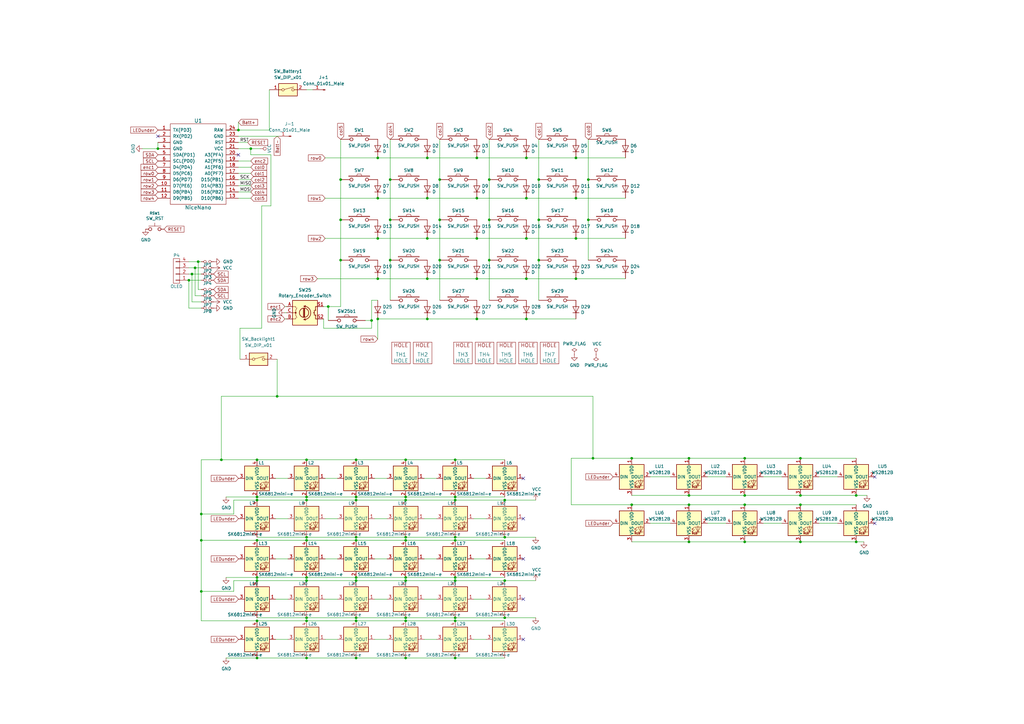
<source format=kicad_sch>
(kicad_sch (version 20211123) (generator eeschema)
  (paper "A3")
  (junction (at 146.05 203.835))
  (junction (at 186.69 238.125))
  (junction (at 186.69 269.875))
  (junction (at 154.94 81.28))
  (junction (at 146.05 236.855))
  (junction (at 186.69 254.635))
  (junction (at 154.94 114.3))
  (junction (at 146.05 238.125))
  (junction (at 215.9 114.3))
  (junction (at 220.98 106.68))
  (junction (at 146.05 254.635))
  (junction (at 146.05 220.345))
  (junction (at 236.22 114.3))
  (junction (at 175.26 81.28))
  (junction (at 166.37 253.365))
  (junction (at 166.37 238.125))
  (junction (at 180.34 73.66))
  (junction (at 351.155 222.25))
  (junction (at 328.295 203.2))
  (junction (at 186.69 205.105))
  (junction (at 259.08 187.96))
  (junction (at 146.05 205.105))
  (junction (at 186.69 203.835))
  (junction (at 125.73 238.125))
  (junction (at 259.08 207.01))
  (junction (at 207.01 220.345))
  (junction (at 125.73 203.835))
  (junction (at 102.87 60.96))
  (junction (at 139.7 106.68))
  (junction (at 152.4 131.445))
  (junction (at 166.37 221.615))
  (junction (at 200.66 73.66))
  (junction (at 282.575 207.01))
  (junction (at 305.435 207.01))
  (junction (at 82.55 242.57))
  (junction (at 175.26 130.81))
  (junction (at 328.295 222.25))
  (junction (at 90.805 188.595))
  (junction (at 200.66 90.17))
  (junction (at 105.41 254.635))
  (junction (at 154.94 97.79))
  (junction (at 186.69 236.855))
  (junction (at 175.26 64.77))
  (junction (at 236.22 64.77))
  (junction (at 146.05 253.365))
  (junction (at 305.435 203.2))
  (junction (at 105.41 269.875))
  (junction (at 195.58 64.77))
  (junction (at 215.9 130.81))
  (junction (at 125.73 254.635))
  (junction (at 82.55 221.615))
  (junction (at 125.73 269.875))
  (junction (at 351.155 203.2))
  (junction (at 241.3 73.66))
  (junction (at 105.41 221.615))
  (junction (at 81.28 107.315))
  (junction (at 82.55 210.82))
  (junction (at 166.37 220.345))
  (junction (at 328.295 207.01))
  (junction (at 186.69 253.365))
  (junction (at 175.26 114.3))
  (junction (at 186.69 220.345))
  (junction (at 125.73 220.345))
  (junction (at 105.41 188.595))
  (junction (at 166.37 205.105))
  (junction (at 243.205 187.96))
  (junction (at 236.22 97.79))
  (junction (at 105.41 205.105))
  (junction (at 207.01 205.105))
  (junction (at 113.665 162.56))
  (junction (at 215.9 64.77))
  (junction (at 186.69 221.615))
  (junction (at 328.295 187.96))
  (junction (at 146.05 221.615))
  (junction (at 207.01 238.125))
  (junction (at 77.47 114.935))
  (junction (at 282.575 203.2))
  (junction (at 220.98 90.17))
  (junction (at 200.66 106.68))
  (junction (at 175.26 97.79))
  (junction (at 97.79 53.34))
  (junction (at 139.7 73.66))
  (junction (at 134.62 125.73))
  (junction (at 282.575 222.25))
  (junction (at 105.41 203.835))
  (junction (at 125.73 253.365))
  (junction (at 105.41 236.855))
  (junction (at 241.3 90.17))
  (junction (at 146.05 188.595))
  (junction (at 305.435 187.96))
  (junction (at 154.94 130.81))
  (junction (at 166.37 254.635))
  (junction (at 220.98 73.66))
  (junction (at 215.9 97.79))
  (junction (at 195.58 81.28))
  (junction (at 282.575 187.96))
  (junction (at 166.37 236.855))
  (junction (at 78.74 112.395))
  (junction (at 105.41 238.125))
  (junction (at 139.7 90.17))
  (junction (at 166.37 203.835))
  (junction (at 125.73 205.105))
  (junction (at 207.01 253.365))
  (junction (at 154.94 64.77))
  (junction (at 64.77 60.96))
  (junction (at 160.02 73.66))
  (junction (at 195.58 97.79))
  (junction (at 125.73 188.595))
  (junction (at 180.34 106.68))
  (junction (at 160.02 106.68))
  (junction (at 80.01 109.855))
  (junction (at 125.73 221.615))
  (junction (at 166.37 188.595))
  (junction (at 215.9 81.28))
  (junction (at 195.58 130.81))
  (junction (at 236.22 81.28))
  (junction (at 166.37 269.875))
  (junction (at 195.58 114.3))
  (junction (at 125.73 236.855))
  (junction (at 160.02 90.17))
  (junction (at 186.69 188.595))
  (junction (at 180.34 90.17))
  (junction (at 305.435 222.25))
  (junction (at 146.05 269.875))
  (no_connect (at 97.79 63.5))
  (no_connect (at 214.63 212.725))
  (no_connect (at 214.63 245.745))
  (no_connect (at 64.77 55.88))
  (no_connect (at 358.775 195.58))
  (no_connect (at 214.63 196.215))
  (no_connect (at 214.63 262.255))
  (no_connect (at 214.63 229.235))
  (no_connect (at 358.775 214.63))
  (wire (pts (xy 154.94 97.79) (xy 133.35 97.79)))
  (wire (pts (xy 215.9 130.81) (xy 236.22 130.81)))
  (wire (pts (xy 82.55 118.745) (xy 81.28 118.745)))
  (wire (pts (xy 116.84 130.81) (xy 117.475 130.81)))
  (wire (pts (xy 166.37 220.345) (xy 186.69 220.345)))
  (wire (pts (xy 207.01 238.125) (xy 219.71 238.125)))
  (wire (pts (xy 146.05 269.875) (xy 166.37 269.875)))
  (wire (pts (xy 290.195 195.58) (xy 297.815 195.58)))
  (wire (pts (xy 146.05 238.125) (xy 166.37 238.125)))
  (wire (pts (xy 125.73 238.125) (xy 146.05 238.125)))
  (wire (pts (xy 180.34 73.66) (xy 180.34 90.17)))
  (wire (pts (xy 146.05 236.855) (xy 166.37 236.855)))
  (wire (pts (xy 81.28 107.315) (xy 81.28 118.745)))
  (wire (pts (xy 166.37 253.365) (xy 186.69 253.365)))
  (wire (pts (xy 194.31 262.255) (xy 199.39 262.255)))
  (wire (pts (xy 154.94 139.065) (xy 154.94 130.81)))
  (wire (pts (xy 152.4 123.19) (xy 152.4 131.445)))
  (wire (pts (xy 113.03 245.745) (xy 118.11 245.745)))
  (wire (pts (xy 105.41 205.105) (xy 125.73 205.105)))
  (wire (pts (xy 194.31 245.745) (xy 199.39 245.745)))
  (wire (pts (xy 186.69 253.365) (xy 207.01 253.365)))
  (wire (pts (xy 113.03 262.255) (xy 118.11 262.255)))
  (wire (pts (xy 113.03 212.725) (xy 118.11 212.725)))
  (wire (pts (xy 186.69 269.875) (xy 207.01 269.875)))
  (wire (pts (xy 186.69 236.855) (xy 207.01 236.855)))
  (wire (pts (xy 82.55 210.82) (xy 82.55 188.595)))
  (wire (pts (xy 175.26 97.79) (xy 154.94 97.79)))
  (wire (pts (xy 351.155 222.25) (xy 354.33 222.25)))
  (wire (pts (xy 105.41 269.875) (xy 125.73 269.875)))
  (wire (pts (xy 111.125 63.5) (xy 102.87 63.5)))
  (wire (pts (xy 105.41 188.595) (xy 125.73 188.595)))
  (wire (pts (xy 95.885 205.105) (xy 95.885 210.82)))
  (wire (pts (xy 195.58 97.79) (xy 215.9 97.79)))
  (wire (pts (xy 241.3 73.66) (xy 241.3 57.15)))
  (wire (pts (xy 125.73 253.365) (xy 105.41 253.365)))
  (wire (pts (xy 186.69 188.595) (xy 207.01 188.595)))
  (wire (pts (xy 243.205 187.96) (xy 259.08 187.96)))
  (wire (pts (xy 97.79 53.34) (xy 110.49 53.34)))
  (wire (pts (xy 166.37 236.855) (xy 186.69 236.855)))
  (wire (pts (xy 97.79 73.66) (xy 102.87 73.66)))
  (wire (pts (xy 105.41 238.125) (xy 95.885 238.125)))
  (wire (pts (xy 166.37 205.105) (xy 186.69 205.105)))
  (wire (pts (xy 154.94 114.3) (xy 130.175 114.3)))
  (wire (pts (xy 102.87 81.28) (xy 97.79 81.28)))
  (wire (pts (xy 133.35 212.725) (xy 138.43 212.725)))
  (wire (pts (xy 215.9 81.28) (xy 236.22 81.28)))
  (wire (pts (xy 153.67 245.745) (xy 158.75 245.745)))
  (wire (pts (xy 64.77 58.42) (xy 64.77 60.96)))
  (wire (pts (xy 152.4 123.19) (xy 154.94 123.19)))
  (wire (pts (xy 90.805 162.56) (xy 113.665 162.56)))
  (wire (pts (xy 152.4 134.62) (xy 152.4 131.445)))
  (wire (pts (xy 236.22 97.79) (xy 256.54 97.79)))
  (wire (pts (xy 90.805 162.56) (xy 90.805 188.595)))
  (wire (pts (xy 241.3 90.17) (xy 241.3 73.66)))
  (wire (pts (xy 173.99 212.725) (xy 179.07 212.725)))
  (wire (pts (xy 166.37 203.835) (xy 186.69 203.835)))
  (wire (pts (xy 107.315 84.455) (xy 107.315 134.62)))
  (wire (pts (xy 175.26 114.3) (xy 195.58 114.3)))
  (wire (pts (xy 113.665 162.56) (xy 243.205 162.56)))
  (wire (pts (xy 175.26 81.28) (xy 195.58 81.28)))
  (wire (pts (xy 92.71 269.875) (xy 105.41 269.875)))
  (wire (pts (xy 133.35 229.235) (xy 138.43 229.235)))
  (wire (pts (xy 132.715 134.62) (xy 152.4 134.62)))
  (wire (pts (xy 105.41 205.105) (xy 95.885 205.105)))
  (wire (pts (xy 236.22 64.77) (xy 256.54 64.77)))
  (wire (pts (xy 305.435 187.96) (xy 328.295 187.96)))
  (wire (pts (xy 146.05 221.615) (xy 166.37 221.615)))
  (wire (pts (xy 186.69 203.835) (xy 207.01 203.835)))
  (wire (pts (xy 266.7 214.63) (xy 274.955 214.63)))
  (wire (pts (xy 125.73 188.595) (xy 146.05 188.595)))
  (wire (pts (xy 92.71 236.855) (xy 105.41 236.855)))
  (wire (pts (xy 160.02 106.68) (xy 160.02 123.19)))
  (wire (pts (xy 220.98 57.15) (xy 220.98 73.66)))
  (wire (pts (xy 175.26 64.77) (xy 195.58 64.77)))
  (wire (pts (xy 194.31 196.215) (xy 199.39 196.215)))
  (wire (pts (xy 236.22 81.28) (xy 256.54 81.28)))
  (wire (pts (xy 78.74 112.395) (xy 82.55 112.395)))
  (wire (pts (xy 175.26 81.28) (xy 154.94 81.28)))
  (wire (pts (xy 149.86 131.445) (xy 152.4 131.445)))
  (wire (pts (xy 125.73 205.105) (xy 146.05 205.105)))
  (wire (pts (xy 114.3 55.88) (xy 97.79 55.88)))
  (wire (pts (xy 125.73 236.855) (xy 146.05 236.855)))
  (wire (pts (xy 132.715 130.81) (xy 132.715 134.62)))
  (wire (pts (xy 166.37 238.125) (xy 186.69 238.125)))
  (wire (pts (xy 97.79 68.58) (xy 102.87 68.58)))
  (wire (pts (xy 102.87 71.12) (xy 97.79 71.12)))
  (wire (pts (xy 113.03 229.235) (xy 118.11 229.235)))
  (wire (pts (xy 106.68 60.96) (xy 102.87 60.96)))
  (wire (pts (xy 207.01 205.105) (xy 219.71 205.105)))
  (wire (pts (xy 259.08 187.96) (xy 282.575 187.96)))
  (wire (pts (xy 220.98 106.68) (xy 220.98 90.17)))
  (wire (pts (xy 90.805 188.595) (xy 105.41 188.595)))
  (wire (pts (xy 305.435 203.2) (xy 328.295 203.2)))
  (wire (pts (xy 146.05 203.835) (xy 166.37 203.835)))
  (wire (pts (xy 259.08 207.01) (xy 282.575 207.01)))
  (wire (pts (xy 133.35 245.745) (xy 138.43 245.745)))
  (wire (pts (xy 175.26 64.77) (xy 154.94 64.77)))
  (wire (pts (xy 180.34 57.15) (xy 180.34 73.66)))
  (wire (pts (xy 107.315 134.62) (xy 98.425 134.62)))
  (wire (pts (xy 194.31 229.235) (xy 199.39 229.235)))
  (wire (pts (xy 146.05 269.875) (xy 125.73 269.875)))
  (wire (pts (xy 77.47 109.855) (xy 80.01 109.855)))
  (wire (pts (xy 160.02 73.66) (xy 160.02 90.17)))
  (wire (pts (xy 313.055 214.63) (xy 320.675 214.63)))
  (wire (pts (xy 173.99 229.235) (xy 179.07 229.235)))
  (wire (pts (xy 175.26 130.81) (xy 195.58 130.81)))
  (wire (pts (xy 166.37 221.615) (xy 186.69 221.615)))
  (wire (pts (xy 82.55 123.825) (xy 78.74 123.825)))
  (wire (pts (xy 153.67 262.255) (xy 158.75 262.255)))
  (wire (pts (xy 82.55 254.635) (xy 82.55 242.57)))
  (wire (pts (xy 282.575 203.2) (xy 305.435 203.2)))
  (wire (pts (xy 95.885 242.57) (xy 82.55 242.57)))
  (wire (pts (xy 95.885 210.82) (xy 82.55 210.82)))
  (wire (pts (xy 77.47 114.935) (xy 77.47 126.365)))
  (wire (pts (xy 290.195 214.63) (xy 297.815 214.63)))
  (wire (pts (xy 215.9 97.79) (xy 236.22 97.79)))
  (wire (pts (xy 125.73 221.615) (xy 146.05 221.615)))
  (wire (pts (xy 200.66 73.66) (xy 200.66 90.17)))
  (wire (pts (xy 186.69 221.615) (xy 207.01 221.615)))
  (wire (pts (xy 259.08 203.2) (xy 282.575 203.2)))
  (wire (pts (xy 80.01 121.285) (xy 82.55 121.285)))
  (wire (pts (xy 97.79 76.2) (xy 102.87 76.2)))
  (wire (pts (xy 95.885 238.125) (xy 95.885 242.57)))
  (wire (pts (xy 175.26 114.3) (xy 154.94 114.3)))
  (wire (pts (xy 195.58 130.81) (xy 215.9 130.81)))
  (wire (pts (xy 134.62 125.73) (xy 139.7 125.73)))
  (wire (pts (xy 328.295 187.96) (xy 351.155 187.96)))
  (wire (pts (xy 105.41 254.635) (xy 125.73 254.635)))
  (wire (pts (xy 200.66 106.68) (xy 200.66 123.19)))
  (wire (pts (xy 241.3 90.17) (xy 241.3 106.68)))
  (wire (pts (xy 236.22 114.3) (xy 256.54 114.3)))
  (wire (pts (xy 77.47 114.935) (xy 82.55 114.935)))
  (wire (pts (xy 139.7 106.68) (xy 139.7 125.73)))
  (wire (pts (xy 125.73 254.635) (xy 146.05 254.635)))
  (wire (pts (xy 180.34 90.17) (xy 180.34 106.68)))
  (wire (pts (xy 77.47 112.395) (xy 78.74 112.395)))
  (wire (pts (xy 146.05 188.595) (xy 166.37 188.595)))
  (wire (pts (xy 134.62 125.73) (xy 134.62 131.445)))
  (wire (pts (xy 154.94 130.81) (xy 175.26 130.81)))
  (wire (pts (xy 305.435 207.01) (xy 328.295 207.01)))
  (wire (pts (xy 236.22 64.77) (xy 215.9 64.77)))
  (wire (pts (xy 113.665 147.32) (xy 113.665 162.56)))
  (wire (pts (xy 154.94 81.28) (xy 133.35 81.28)))
  (wire (pts (xy 139.7 73.66) (xy 139.7 90.17)))
  (wire (pts (xy 125.73 203.835) (xy 146.05 203.835)))
  (wire (pts (xy 351.155 203.2) (xy 355.6 203.2)))
  (wire (pts (xy 77.47 107.315) (xy 81.28 107.315)))
  (wire (pts (xy 116.84 125.73) (xy 117.475 125.73)))
  (wire (pts (xy 259.08 222.25) (xy 282.575 222.25)))
  (wire (pts (xy 282.575 222.25) (xy 305.435 222.25)))
  (wire (pts (xy 328.295 207.01) (xy 351.155 207.01)))
  (wire (pts (xy 200.66 90.17) (xy 200.66 106.68)))
  (wire (pts (xy 107.315 84.455) (xy 111.125 84.455)))
  (wire (pts (xy 282.575 187.96) (xy 305.435 187.96)))
  (wire (pts (xy 335.915 195.58) (xy 343.535 195.58)))
  (wire (pts (xy 78.74 123.825) (xy 78.74 112.395)))
  (wire (pts (xy 153.67 212.725) (xy 158.75 212.725)))
  (wire (pts (xy 125.73 253.365) (xy 146.05 253.365)))
  (wire (pts (xy 207.01 253.365) (xy 219.71 253.365)))
  (wire (pts (xy 82.55 221.615) (xy 105.41 221.615)))
  (wire (pts (xy 282.575 207.01) (xy 305.435 207.01)))
  (wire (pts (xy 173.99 245.745) (xy 179.07 245.745)))
  (wire (pts (xy 82.55 188.595) (xy 90.805 188.595)))
  (wire (pts (xy 97.79 66.04) (xy 102.87 66.04)))
  (wire (pts (xy 139.7 57.15) (xy 139.7 73.66)))
  (wire (pts (xy 186.69 220.345) (xy 207.01 220.345)))
  (wire (pts (xy 234.315 187.96) (xy 243.205 187.96)))
  (wire (pts (xy 166.37 254.635) (xy 186.69 254.635)))
  (wire (pts (xy 173.99 262.255) (xy 179.07 262.255)))
  (wire (pts (xy 195.58 64.77) (xy 215.9 64.77)))
  (wire (pts (xy 153.67 196.215) (xy 158.75 196.215)))
  (wire (pts (xy 102.87 63.5) (xy 102.87 60.96)))
  (wire (pts (xy 146.05 205.105) (xy 166.37 205.105)))
  (wire (pts (xy 313.055 195.58) (xy 320.675 195.58)))
  (wire (pts (xy 186.69 205.105) (xy 207.01 205.105)))
  (wire (pts (xy 328.295 203.2) (xy 351.155 203.2)))
  (wire (pts (xy 195.58 81.28) (xy 215.9 81.28)))
  (wire (pts (xy 133.35 196.215) (xy 138.43 196.215)))
  (wire (pts (xy 215.9 114.3) (xy 236.22 114.3)))
  (wire (pts (xy 102.87 78.74) (xy 97.79 78.74)))
  (wire (pts (xy 154.94 64.77) (xy 133.35 64.77)))
  (wire (pts (xy 125.73 236.855) (xy 105.41 236.855)))
  (wire (pts (xy 234.315 207.01) (xy 259.08 207.01)))
  (wire (pts (xy 125.73 220.345) (xy 146.05 220.345)))
  (wire (pts (xy 82.55 242.57) (xy 82.55 221.615)))
  (wire (pts (xy 234.315 187.96) (xy 234.315 207.01)))
  (wire (pts (xy 105.41 238.125) (xy 125.73 238.125)))
  (wire (pts (xy 200.66 57.15) (xy 200.66 73.66)))
  (wire (pts (xy 160.02 90.17) (xy 160.02 106.68)))
  (wire (pts (xy 160.02 57.15) (xy 160.02 73.66)))
  (wire (pts (xy 146.05 220.345) (xy 166.37 220.345)))
  (wire (pts (xy 186.69 254.635) (xy 207.01 254.635)))
  (wire (pts (xy 139.7 90.17) (xy 139.7 106.68)))
  (wire (pts (xy 195.58 114.3) (xy 215.9 114.3)))
  (wire (pts (xy 105.41 221.615) (xy 125.73 221.615)))
  (wire (pts (xy 175.26 97.79) (xy 195.58 97.79)))
  (wire (pts (xy 186.69 238.125) (xy 207.01 238.125)))
  (wire (pts (xy 102.87 60.96) (xy 97.79 60.96)))
  (wire (pts (xy 97.79 50.165) (xy 97.79 53.34)))
  (wire (pts (xy 207.01 220.345) (xy 219.71 220.345)))
  (wire (pts (xy 110.49 53.34) (xy 110.49 36.83)))
  (wire (pts (xy 173.99 196.215) (xy 179.07 196.215)))
  (wire (pts (xy 305.435 222.25) (xy 328.295 222.25)))
  (wire (pts (xy 77.47 126.365) (xy 82.55 126.365)))
  (wire (pts (xy 328.295 222.25) (xy 351.155 222.25)))
  (wire (pts (xy 335.915 214.63) (xy 343.535 214.63)))
  (wire (pts (xy 134.62 125.73) (xy 132.715 125.73)))
  (wire (pts (xy 125.73 203.835) (xy 105.41 203.835)))
  (wire (pts (xy 101.6 58.42) (xy 97.79 58.42)))
  (wire (pts (xy 194.31 212.725) (xy 199.39 212.725)))
  (wire (pts (xy 80.01 109.855) (xy 80.01 121.285)))
  (wire (pts (xy 82.55 221.615) (xy 82.55 210.82)))
  (wire (pts (xy 113.03 196.215) (xy 118.11 196.215)))
  (wire (pts (xy 153.67 229.235) (xy 158.75 229.235)))
  (wire (pts (xy 266.7 195.58) (xy 274.955 195.58)))
  (wire (pts (xy 180.34 106.68) (xy 180.34 123.19)))
  (wire (pts (xy 220.98 106.68) (xy 220.98 123.19)))
  (wire (pts (xy 125.73 220.345) (xy 105.41 220.345)))
  (wire (pts (xy 64.77 60.96) (xy 58.42 60.96)))
  (wire (pts (xy 98.425 134.62) (xy 98.425 147.32)))
  (wire (pts (xy 133.35 262.255) (xy 138.43 262.255)))
  (wire (pts (xy 82.55 109.855) (xy 80.01 109.855)))
  (wire (pts (xy 116.84 128.27) (xy 117.475 128.27)))
  (wire (pts (xy 82.55 107.315) (xy 81.28 107.315)))
  (wire (pts (xy 125.73 36.83) (xy 128.27 36.83)))
  (wire (pts (xy 166.37 269.875) (xy 186.69 269.875)))
  (wire (pts (xy 111.125 84.455) (xy 111.125 63.5)))
  (wire (pts (xy 146.05 254.635) (xy 166.37 254.635)))
  (wire (pts (xy 220.98 73.66) (xy 220.98 90.17)))
  (wire (pts (xy 92.71 203.835) (xy 105.41 203.835)))
  (wire (pts (xy 146.05 253.365) (xy 166.37 253.365)))
  (wire (pts (xy 166.37 188.595) (xy 186.69 188.595)))
  (wire (pts (xy 243.205 162.56) (xy 243.205 187.96)))
  (wire (pts (xy 82.55 254.635) (xy 105.41 254.635)))
  (label "MISO" (at 98.425 76.2 0))
  (label "RST" (at 98.425 58.42 0))
  (label "SCK" (at 98.425 73.66 0))
  (label "MOSI" (at 98.425 78.74 0))
  (global_label "col4" (shape input) (at 160.02 57.15 90) (property "Intersheet References" "${INTERSHEET_REFS}" (effects hide)))
  (global_label "col5" (shape input) (at 102.87 81.28 0) (property "Intersheet References" "${INTERSHEET_REFS}" (effects hide)))
  (global_label "row1" (shape input) (at 133.35 81.28 180) (property "Intersheet References" "${INTERSHEET_REFS}" (effects hide)))
  (global_label "LEDunder" (shape input) (at 97.79 196.215 180) (property "Intersheet References" "${INTERSHEET_REFS}" (effects hide)))
  (global_label "col2" (shape input) (at 102.87 73.66 0) (property "Intersheet References" "${INTERSHEET_REFS}" (effects hide)))
  (global_label "Batt+" (shape input) (at 97.79 50.165 0) (property "Intersheet References" "${INTERSHEET_REFS}" (effects hide)))
  (global_label "LEDunder" (shape input) (at 64.77 53.34 180) (property "Intersheet References" "${INTERSHEET_REFS}" (effects hide)))
  (global_label "enc1" (shape input) (at 116.84 125.73 180) (property "Intersheet References" "${INTERSHEET_REFS}" (effects hide)))
  (global_label "LEDunder" (shape input) (at 97.79 212.725 180) (property "Intersheet References" "${INTERSHEET_REFS}" (effects hide)))
  (global_label "SCL" (shape input) (at 64.77 66.04 180) (property "Intersheet References" "${INTERSHEET_REFS}" (effects hide)))
  (global_label "SDA" (shape input) (at 87.63 118.745 0) (property "Intersheet References" "${INTERSHEET_REFS}" (effects hide)))
  (global_label "LEDunder" (shape input) (at 97.79 245.745 180) (property "Intersheet References" "${INTERSHEET_REFS}" (effects hide)))
  (global_label "row4" (shape input) (at 154.94 139.065 180) (property "Intersheet References" "${INTERSHEET_REFS}" (effects hide)))
  (global_label "SDA" (shape input) (at 87.63 114.935 0) (property "Intersheet References" "${INTERSHEET_REFS}" (effects hide)))
  (global_label "col1" (shape input) (at 220.98 57.15 90) (property "Intersheet References" "${INTERSHEET_REFS}" (effects hide)))
  (global_label "col0" (shape input) (at 102.87 68.58 0) (property "Intersheet References" "${INTERSHEET_REFS}" (effects hide)))
  (global_label "enc1" (shape input) (at 64.77 68.58 180) (property "Intersheet References" "${INTERSHEET_REFS}" (effects hide)))
  (global_label "col2" (shape input) (at 200.66 57.15 90) (property "Intersheet References" "${INTERSHEET_REFS}" (effects hide)))
  (global_label "LEDunder" (shape input) (at 251.46 195.58 180) (property "Intersheet References" "${INTERSHEET_REFS}" (effects hide)))
  (global_label "col4" (shape input) (at 102.87 78.74 0) (property "Intersheet References" "${INTERSHEET_REFS}" (effects hide)))
  (global_label "enc2" (shape input) (at 102.87 66.04 0) (property "Intersheet References" "${INTERSHEET_REFS}" (effects hide)))
  (global_label "RESET" (shape input) (at 101.6 58.42 0) (property "Intersheet References" "${INTERSHEET_REFS}" (effects hide)))
  (global_label "row2" (shape input) (at 133.35 97.79 180) (property "Intersheet References" "${INTERSHEET_REFS}" (effects hide)))
  (global_label "LEDunder" (shape input) (at 97.79 229.235 180) (property "Intersheet References" "${INTERSHEET_REFS}" (effects hide)))
  (global_label "SCL" (shape input) (at 87.63 112.395 0) (property "Intersheet References" "${INTERSHEET_REFS}" (effects hide)))
  (global_label "LEDunder" (shape input) (at 251.46 214.63 180) (property "Intersheet References" "${INTERSHEET_REFS}" (effects hide)))
  (global_label "row2" (shape input) (at 64.77 76.2 180) (property "Intersheet References" "${INTERSHEET_REFS}" (effects hide)))
  (global_label "col1" (shape input) (at 102.87 71.12 0) (property "Intersheet References" "${INTERSHEET_REFS}" (effects hide)))
  (global_label "col5" (shape input) (at 139.7 57.15 90) (property "Intersheet References" "${INTERSHEET_REFS}" (effects hide)))
  (global_label "Batt-" (shape input) (at 113.665 55.88 270) (property "Intersheet References" "${INTERSHEET_REFS}" (effects hide)))
  (global_label "LEDunder" (shape input) (at 97.79 262.255 180) (property "Intersheet References" "${INTERSHEET_REFS}" (effects hide)))
  (global_label "row1" (shape input) (at 64.77 73.66 180) (property "Intersheet References" "${INTERSHEET_REFS}" (effects hide)))
  (global_label "RESET" (shape input) (at 67.31 93.98 0) (property "Intersheet References" "${INTERSHEET_REFS}" (effects hide)))
  (global_label "col3" (shape input) (at 102.87 76.2 0) (property "Intersheet References" "${INTERSHEET_REFS}" (effects hide)))
  (global_label "row0" (shape input) (at 64.77 71.12 180) (property "Intersheet References" "${INTERSHEET_REFS}" (effects hide)))
  (global_label "SDA" (shape input) (at 64.77 63.5 180) (property "Intersheet References" "${INTERSHEET_REFS}" (effects hide)))
  (global_label "col0" (shape input) (at 241.3 57.15 90) (property "Intersheet References" "${INTERSHEET_REFS}" (effects hide)))
  (global_label "row0" (shape input) (at 133.35 64.77 180) (property "Intersheet References" "${INTERSHEET_REFS}" (effects hide)))
  (global_label "row4" (shape input) (at 64.77 81.28 180) (property "Intersheet References" "${INTERSHEET_REFS}" (effects hide)))
  (global_label "SCL" (shape input) (at 87.63 121.285 0) (property "Intersheet References" "${INTERSHEET_REFS}" (effects hide)))
  (global_label "row3" (shape input) (at 130.175 114.3 180) (property "Intersheet References" "${INTERSHEET_REFS}" (effects hide)))
  (global_label "col3" (shape input) (at 180.34 57.15 90) (property "Intersheet References" "${INTERSHEET_REFS}" (effects hide)))
  (global_label "row3" (shape input) (at 64.77 78.74 180) (property "Intersheet References" "${INTERSHEET_REFS}" (effects hide)))
  (global_label "enc2" (shape input) (at 116.84 130.81 180) (property "Intersheet References" "${INTERSHEET_REFS}" (effects hide)))
  (symbol (lib_id "Lily58-rescue:ProMicro_2-Lily58-cache") (at 81.28 67.31 0) (unit 1)
    (property "Reference" "U1" (at 81.28 49.53 0) (effects (font (size 1.524 1.524))))
    (property "Value" "NiceNano" (at 81.28 85.09 0) (effects (font (size 1.524 1.524))))
    (property "Footprint" "nice-nano-kicad:nice_nano" (effects hide))
  )
  (symbol (lib_id "Lily58-rescue:SW_PUSH-Lily58-cache") (at 167.64 123.19 0) (unit 1)
    (property "Reference" "SW26" (at 167.64 119.38 0))
    (property "Value" "SW_PUSH" (at 167.64 125.73 0))
    (property "Footprint" "Lily58-footprint:MX_Socket_18mm" (effects hide))
  )
  (symbol (lib_id "Lily58-rescue:SW_PUSH-Lily58-cache") (at 147.32 57.15 0) (unit 1)
    (property "Reference" "SW1" (at 147.32 53.34 0))
    (property "Value" "SW_PUSH" (at 147.32 59.69 0))
    (property "Footprint" "Lily58-footprint:MX_Socket_18mm" (effects hide))
  )
  (symbol (lib_id "Lily58-rescue:D-Lily58-cache") (at 154.94 60.96 90) (unit 1)
    (property "Reference" "D1" (at 156.9466 59.7916 90) (effects (justify right)))
    (property "Value" "D" (at 156.9466 62.103 90) (effects (justify right)))
    (property "Footprint" "Lily58-footprint:Diode_TH_SOD123" (effects hide))
  )
  (symbol (lib_id "Lily58-rescue:SW_PUSH-Lily58-cache") (at 167.64 57.15 0) (unit 1)
    (property "Reference" "SW2" (at 167.64 53.34 0))
    (property "Value" "SW_PUSH" (at 167.64 59.69 0))
    (property "Footprint" "Lily58-footprint:MX_Socket_18mm" (effects hide))
  )
  (symbol (lib_id "Lily58-rescue:D-Lily58-cache") (at 175.26 60.96 90) (unit 1)
    (property "Reference" "D2" (at 177.2666 59.7916 90) (effects (justify right)))
    (property "Value" "D" (at 177.2666 62.103 90) (effects (justify right)))
    (property "Footprint" "Lily58-footprint:Diode_TH_SOD123" (effects hide))
  )
  (symbol (lib_id "Lily58-rescue:SW_PUSH-Lily58-cache") (at 187.96 57.15 0) (unit 1)
    (property "Reference" "SW3" (at 187.96 53.34 0))
    (property "Value" "SW_PUSH" (at 187.96 59.69 0))
    (property "Footprint" "Lily58-footprint:MX_Socket_18mm" (effects hide))
  )
  (symbol (lib_id "Lily58-rescue:D-Lily58-cache") (at 195.58 60.96 90) (unit 1)
    (property "Reference" "D3" (at 197.5866 59.7916 90) (effects (justify right)))
    (property "Value" "D" (at 197.5866 62.103 90) (effects (justify right)))
    (property "Footprint" "Lily58-footprint:Diode_TH_SOD123" (effects hide))
  )
  (symbol (lib_id "Lily58-rescue:SW_PUSH-Lily58-cache") (at 208.28 57.15 0) (unit 1)
    (property "Reference" "SW4" (at 208.28 53.34 0))
    (property "Value" "SW_PUSH" (at 208.28 59.69 0))
    (property "Footprint" "Lily58-footprint:MX_Socket_18mm" (effects hide))
  )
  (symbol (lib_id "Lily58-rescue:D-Lily58-cache") (at 215.9 60.96 90) (unit 1)
    (property "Reference" "D4" (at 217.9066 59.7916 90) (effects (justify right)))
    (property "Value" "D" (at 217.9066 62.103 90) (effects (justify right)))
    (property "Footprint" "Lily58-footprint:Diode_TH_SOD123" (effects hide))
  )
  (symbol (lib_id "Lily58-rescue:SW_PUSH-Lily58-cache") (at 228.6 57.15 0) (unit 1)
    (property "Reference" "SW5" (at 228.6 53.34 0))
    (property "Value" "SW_PUSH" (at 228.6 59.69 0))
    (property "Footprint" "Lily58-footprint:MX_Socket_18mm" (effects hide))
  )
  (symbol (lib_id "Lily58-rescue:D-Lily58-cache") (at 236.22 60.96 90) (unit 1)
    (property "Reference" "D5" (at 238.2266 59.7916 90) (effects (justify right)))
    (property "Value" "D" (at 238.2266 62.103 90) (effects (justify right)))
    (property "Footprint" "Lily58-footprint:Diode_TH_SOD123" (effects hide))
  )
  (symbol (lib_id "Lily58-rescue:SW_PUSH-Lily58-cache") (at 248.92 57.15 0) (unit 1)
    (property "Reference" "SW6" (at 248.92 53.34 0))
    (property "Value" "SW_PUSH" (at 248.92 58.42 0))
    (property "Footprint" "Lily58-footprint:MX_Socket_18mm" (effects hide))
  )
  (symbol (lib_id "Lily58-rescue:D-Lily58-cache") (at 256.54 60.96 90) (unit 1)
    (property "Reference" "D6" (at 258.5466 59.7916 90) (effects (justify right)))
    (property "Value" "D" (at 258.5466 62.103 90) (effects (justify right)))
    (property "Footprint" "Lily58-footprint:Diode_TH_SOD123" (effects hide))
  )
  (symbol (lib_id "Lily58-rescue:SW_PUSH-Lily58-cache") (at 167.64 73.66 0) (unit 1)
    (property "Reference" "SW8" (at 167.64 69.85 0))
    (property "Value" "SW_PUSH" (at 167.64 76.2 0))
    (property "Footprint" "Lily58-footprint:MX_Socket_18mm" (effects hide))
  )
  (symbol (lib_id "Lily58-rescue:SW_PUSH-Lily58-cache") (at 187.96 73.66 0) (unit 1)
    (property "Reference" "SW9" (at 187.96 69.85 0))
    (property "Value" "SW_PUSH" (at 187.96 76.2 0))
    (property "Footprint" "Lily58-footprint:MX_Socket_18mm" (effects hide))
  )
  (symbol (lib_id "Lily58-rescue:SW_PUSH-Lily58-cache") (at 208.28 73.66 0) (unit 1)
    (property "Reference" "SW10" (at 208.28 69.85 0))
    (property "Value" "SW_PUSH" (at 208.28 76.2 0))
    (property "Footprint" "Lily58-footprint:MX_Socket_18mm" (effects hide))
  )
  (symbol (lib_id "Lily58-rescue:SW_PUSH-Lily58-cache") (at 228.6 73.66 0) (unit 1)
    (property "Reference" "SW11" (at 228.6 69.85 0))
    (property "Value" "SW_PUSH" (at 228.6 76.2 0))
    (property "Footprint" "Lily58-footprint:MX_Socket_18mm" (effects hide))
  )
  (symbol (lib_id "Lily58-rescue:SW_PUSH-Lily58-cache") (at 248.92 73.66 0) (unit 1)
    (property "Reference" "SW12" (at 248.92 69.85 0))
    (property "Value" "SW_PUSH" (at 248.92 76.2 0))
    (property "Footprint" "Lily58-footprint:MX_Socket_18mm" (effects hide))
  )
  (symbol (lib_id "Lily58-rescue:SW_PUSH-Lily58-cache") (at 147.32 73.66 0) (unit 1)
    (property "Reference" "SW7" (at 147.32 69.85 0))
    (property "Value" "SW_PUSH" (at 147.32 76.2 0))
    (property "Footprint" "Lily58-footprint:MX_Socket_18mm" (effects hide))
  )
  (symbol (lib_id "Lily58-rescue:D-Lily58-cache") (at 154.94 77.47 90) (unit 1)
    (property "Reference" "D7" (at 156.9466 76.3016 90) (effects (justify right)))
    (property "Value" "D" (at 156.9466 78.613 90) (effects (justify right)))
    (property "Footprint" "Lily58-footprint:Diode_TH_SOD123" (effects hide))
  )
  (symbol (lib_id "Lily58-rescue:D-Lily58-cache") (at 175.26 77.47 90) (unit 1)
    (property "Reference" "D8" (at 177.2666 76.3016 90) (effects (justify right)))
    (property "Value" "D" (at 177.2666 78.613 90) (effects (justify right)))
    (property "Footprint" "Lily58-footprint:Diode_TH_SOD123" (effects hide))
  )
  (symbol (lib_id "Lily58-rescue:D-Lily58-cache") (at 195.58 77.47 90) (unit 1)
    (property "Reference" "D9" (at 197.5866 76.3016 90) (effects (justify right)))
    (property "Value" "D" (at 197.5866 78.613 90) (effects (justify right)))
    (property "Footprint" "Lily58-footprint:Diode_TH_SOD123" (effects hide))
  )
  (symbol (lib_id "Lily58-rescue:D-Lily58-cache") (at 215.9 77.47 90) (unit 1)
    (property "Reference" "D10" (at 217.9066 76.3016 90) (effects (justify right)))
    (property "Value" "D" (at 217.9066 78.613 90) (effects (justify right)))
    (property "Footprint" "Lily58-footprint:Diode_TH_SOD123" (effects hide))
  )
  (symbol (lib_id "Lily58-rescue:D-Lily58-cache") (at 236.22 77.47 90) (unit 1)
    (property "Reference" "D11" (at 238.2266 76.3016 90) (effects (justify right)))
    (property "Value" "D" (at 238.2266 78.613 90) (effects (justify right)))
    (property "Footprint" "Lily58-footprint:Diode_TH_SOD123" (effects hide))
  )
  (symbol (lib_id "Lily58-rescue:D-Lily58-cache") (at 256.54 77.47 90) (unit 1)
    (property "Reference" "D12" (at 258.5466 76.3016 90) (effects (justify right)))
    (property "Value" "D" (at 258.5466 78.613 90) (effects (justify right)))
    (property "Footprint" "Lily58-footprint:Diode_TH_SOD123" (effects hide))
  )
  (symbol (lib_id "Lily58-rescue:SW_PUSH-Lily58-cache") (at 147.32 90.17 0) (unit 1)
    (property "Reference" "SW13" (at 147.32 86.36 0))
    (property "Value" "SW_PUSH" (at 147.32 92.71 0))
    (property "Footprint" "Lily58-footprint:MX_Socket_18mm" (effects hide))
  )
  (symbol (lib_id "Lily58-rescue:SW_PUSH-Lily58-cache") (at 167.64 90.17 0) (unit 1)
    (property "Reference" "SW14" (at 167.64 86.36 0))
    (property "Value" "SW_PUSH" (at 167.64 92.71 0))
    (property "Footprint" "Lily58-footprint:MX_Socket_18mm" (effects hide))
  )
  (symbol (lib_id "Lily58-rescue:SW_PUSH-Lily58-cache") (at 187.96 90.17 0) (unit 1)
    (property "Reference" "SW15" (at 187.96 86.36 0))
    (property "Value" "SW_PUSH" (at 187.96 92.71 0))
    (property "Footprint" "Lily58-footprint:MX_Socket_18mm" (effects hide))
  )
  (symbol (lib_id "Lily58-rescue:SW_PUSH-Lily58-cache") (at 208.28 90.17 0) (unit 1)
    (property "Reference" "SW16" (at 208.28 86.36 0))
    (property "Value" "SW_PUSH" (at 208.28 92.71 0))
    (property "Footprint" "Lily58-footprint:MX_Socket_18mm" (effects hide))
  )
  (symbol (lib_id "Lily58-rescue:SW_PUSH-Lily58-cache") (at 228.6 90.17 0) (unit 1)
    (property "Reference" "SW17" (at 228.6 86.36 0))
    (property "Value" "SW_PUSH" (at 228.6 92.71 0))
    (property "Footprint" "Lily58-footprint:MX_Socket_18mm" (effects hide))
  )
  (symbol (lib_id "Lily58-rescue:SW_PUSH-Lily58-cache") (at 248.92 90.17 0) (unit 1)
    (property "Reference" "SW18" (at 248.92 86.36 0))
    (property "Value" "SW_PUSH" (at 248.92 92.71 0))
    (property "Footprint" "Lily58-footprint:MX_Socket_18mm" (effects hide))
  )
  (symbol (lib_id "Lily58-rescue:D-Lily58-cache") (at 154.94 93.98 90) (unit 1)
    (property "Reference" "D13" (at 156.9466 92.8116 90) (effects (justify right)))
    (property "Value" "D" (at 156.9466 95.123 90) (effects (justify right)))
    (property "Footprint" "Lily58-footprint:Diode_TH_SOD123" (effects hide))
  )
  (symbol (lib_id "Lily58-rescue:D-Lily58-cache") (at 175.26 93.98 90) (unit 1)
    (property "Reference" "D14" (at 177.2666 92.8116 90) (effects (justify right)))
    (property "Value" "D" (at 177.2666 95.123 90) (effects (justify right)))
    (property "Footprint" "Lily58-footprint:Diode_TH_SOD123" (effects hide))
  )
  (symbol (lib_id "Lily58-rescue:D-Lily58-cache") (at 195.58 93.98 90) (unit 1)
    (property "Reference" "D15" (at 197.5866 92.8116 90) (effects (justify right)))
    (property "Value" "D" (at 197.5866 95.123 90) (effects (justify right)))
    (property "Footprint" "Lily58-footprint:Diode_TH_SOD123" (effects hide))
  )
  (symbol (lib_id "Lily58-rescue:D-Lily58-cache") (at 215.9 93.98 90) (unit 1)
    (property "Reference" "D16" (at 217.9066 92.8116 90) (effects (justify right)))
    (property "Value" "D" (at 217.9066 95.123 90) (effects (justify right)))
    (property "Footprint" "Lily58-footprint:Diode_TH_SOD123" (effects hide))
  )
  (symbol (lib_id "Lily58-rescue:D-Lily58-cache") (at 236.22 93.98 90) (unit 1)
    (property "Reference" "D17" (at 238.2266 92.8116 90) (effects (justify right)))
    (property "Value" "D" (at 238.2266 95.123 90) (effects (justify right)))
    (property "Footprint" "Lily58-footprint:Diode_TH_SOD123" (effects hide))
  )
  (symbol (lib_id "Lily58-rescue:D-Lily58-cache") (at 256.54 93.98 90) (unit 1)
    (property "Reference" "D18" (at 258.5466 92.8116 90) (effects (justify right)))
    (property "Value" "D" (at 258.5466 95.123 90) (effects (justify right)))
    (property "Footprint" "Lily58-footprint:Diode_TH_SOD123" (effects hide))
  )
  (symbol (lib_id "Lily58-rescue:SW_PUSH-Lily58-cache") (at 187.96 106.68 0) (unit 1)
    (property "Reference" "SW21" (at 187.96 102.87 0))
    (property "Value" "SW_PUSH" (at 187.96 109.22 0))
    (property "Footprint" "Lily58-footprint:MX_Socket_18mm" (effects hide))
  )
  (symbol (lib_id "Lily58-rescue:SW_PUSH-Lily58-cache") (at 208.28 106.68 0) (unit 1)
    (property "Reference" "SW22" (at 208.28 102.87 0))
    (property "Value" "SW_PUSH" (at 208.28 109.22 0))
    (property "Footprint" "Lily58-footprint:MX_Socket_18mm" (effects hide))
  )
  (symbol (lib_id "Lily58-rescue:SW_PUSH-Lily58-cache") (at 228.6 106.68 0) (unit 1)
    (property "Reference" "SW23" (at 228.6 102.87 0))
    (property "Value" "SW_PUSH" (at 228.6 109.22 0))
    (property "Footprint" "Lily58-footprint:MX_Socket_18mm" (effects hide))
  )
  (symbol (lib_id "Lily58-rescue:SW_PUSH-Lily58-cache") (at 248.92 106.68 0) (unit 1)
    (property "Reference" "SW24" (at 248.92 102.87 0))
    (property "Value" "SW_PUSH" (at 248.92 109.22 0))
    (property "Footprint" "Lily58-footprint:MX_Socket_18mm" (effects hide))
  )
  (symbol (lib_id "Lily58-rescue:SW_PUSH-Lily58-cache") (at 167.64 106.68 0) (unit 1)
    (property "Reference" "SW20" (at 167.64 102.87 0))
    (property "Value" "SW_PUSH" (at 167.64 109.22 0))
    (property "Footprint" "Lily58-footprint:MX_Socket_18mm" (effects hide))
  )
  (symbol (lib_id "Lily58-rescue:SW_PUSH-Lily58-cache") (at 147.32 106.68 0) (unit 1)
    (property "Reference" "SW19" (at 147.32 102.87 0))
    (property "Value" "SW_PUSH" (at 147.32 109.22 0))
    (property "Footprint" "Lily58-footprint:MX_Socket_18mm" (effects hide))
  )
  (symbol (lib_id "Lily58-rescue:D-Lily58-cache") (at 154.94 110.49 90) (unit 1)
    (property "Reference" "D19" (at 156.9466 109.3216 90) (effects (justify right)))
    (property "Value" "D" (at 156.9466 111.633 90) (effects (justify right)))
    (property "Footprint" "Lily58-footprint:Diode_TH_SOD123" (effects hide))
  )
  (symbol (lib_id "Lily58-rescue:D-Lily58-cache") (at 175.26 110.49 90) (unit 1)
    (property "Reference" "D20" (at 177.2666 109.3216 90) (effects (justify right)))
    (property "Value" "D" (at 177.2666 111.633 90) (effects (justify right)))
    (property "Footprint" "Lily58-footprint:Diode_TH_SOD123" (effects hide))
  )
  (symbol (lib_id "Lily58-rescue:D-Lily58-cache") (at 195.58 110.49 90) (unit 1)
    (property "Reference" "D21" (at 197.5866 109.3216 90) (effects (justify right)))
    (property "Value" "D" (at 197.5866 111.633 90) (effects (justify right)))
    (property "Footprint" "Lily58-footprint:Diode_TH_SOD123" (effects hide))
  )
  (symbol (lib_id "Lily58-rescue:D-Lily58-cache") (at 215.9 110.49 90) (unit 1)
    (property "Reference" "D22" (at 217.9066 109.3216 90) (effects (justify right)))
    (property "Value" "D" (at 217.9066 111.633 90) (effects (justify right)))
    (property "Footprint" "Lily58-footprint:Diode_TH_SOD123" (effects hide))
  )
  (symbol (lib_id "Lily58-rescue:D-Lily58-cache") (at 236.22 110.49 90) (unit 1)
    (property "Reference" "D23" (at 238.2266 109.3216 90) (effects (justify right)))
    (property "Value" "D" (at 238.2266 111.633 90) (effects (justify right)))
    (property "Footprint" "Lily58-footprint:Diode_TH_SOD123" (effects hide))
  )
  (symbol (lib_id "Lily58-rescue:D-Lily58-cache") (at 256.54 110.49 90) (unit 1)
    (property "Reference" "D24" (at 258.5466 109.3216 90) (effects (justify right)))
    (property "Value" "D" (at 258.5466 111.633 90) (effects (justify right)))
    (property "Footprint" "Lily58-footprint:Diode_TH_SOD123" (effects hide))
  )
  (symbol (lib_id "Lily58-rescue:SW_PUSH-Lily58-cache") (at 187.96 123.19 0) (unit 1)
    (property "Reference" "SW27" (at 187.96 119.38 0))
    (property "Value" "SW_PUSH" (at 187.96 125.73 0))
    (property "Footprint" "Lily58-footprint:MX_Socket_18mm" (effects hide))
  )
  (symbol (lib_id "Lily58-rescue:SW_PUSH-Lily58-cache") (at 208.28 123.19 0) (unit 1)
    (property "Reference" "SW28" (at 208.28 119.38 0))
    (property "Value" "SW_PUSH" (at 208.28 125.73 0))
    (property "Footprint" "Lily58-footprint:MX_Socket_18mm" (effects hide))
  )
  (symbol (lib_id "Lily58-rescue:SW_PUSH-Lily58-cache") (at 228.6 123.19 0) (unit 1)
    (property "Reference" "SW29" (at 228.6 119.38 0))
    (property "Value" "SW_PUSH" (at 228.6 125.73 0))
    (property "Footprint" "Lily58-footprint:MX_Socket_18mm" (effects hide))
  )
  (symbol (lib_id "Lily58-rescue:D-Lily58-cache") (at 154.94 127 90) (unit 1)
    (property "Reference" "D25" (at 156.9466 125.8316 90) (effects (justify right)))
    (property "Value" "D" (at 156.9466 128.143 90) (effects (justify right)))
    (property "Footprint" "Lily58-footprint:Diode_TH_SOD123" (effects hide))
  )
  (symbol (lib_id "Lily58-rescue:D-Lily58-cache") (at 175.26 127 90) (unit 1)
    (property "Reference" "D26" (at 177.2666 125.8316 90) (effects (justify right)))
    (property "Value" "D" (at 177.2666 128.143 90) (effects (justify right)))
    (property "Footprint" "Lily58-footprint:Diode_TH_SOD123" (effects hide))
  )
  (symbol (lib_id "Lily58-rescue:D-Lily58-cache") (at 195.58 127 90) (unit 1)
    (property "Reference" "D27" (at 197.5866 125.8316 90) (effects (justify right)))
    (property "Value" "D" (at 197.5866 128.143 90) (effects (justify right)))
    (property "Footprint" "Lily58-footprint:Diode_TH_SOD123" (effects hide))
  )
  (symbol (lib_id "Lily58-rescue:D-Lily58-cache") (at 215.9 127 90) (unit 1)
    (property "Reference" "D28" (at 217.9066 125.8316 90) (effects (justify right)))
    (property "Value" "D" (at 217.9066 128.143 90) (effects (justify right)))
    (property "Footprint" "Lily58-footprint:Diode_TH_SOD123" (effects hide))
  )
  (symbol (lib_id "Lily58-rescue:D-Lily58-cache") (at 236.22 127 90) (unit 1)
    (property "Reference" "D29" (at 238.2266 125.8316 90) (effects (justify right)))
    (property "Value" "D" (at 238.2266 128.143 90) (effects (justify right)))
    (property "Footprint" "Lily58-footprint:Diode_TH_SOD123" (effects hide))
  )
  (symbol (lib_id "Lily58-rescue:VCC-Lily58-cache") (at 106.68 60.96 270) (unit 1)
    (property "Reference" "#PWR04" (effects hide))
    (property "Value" "VCC" (at 110.49 60.96 0))
  )
  (symbol (lib_id "Lily58-rescue:GND-Lily58-cache") (at 59.69 93.98 0) (unit 1)
    (property "Reference" "#PWR010" (effects hide))
    (property "Value" "GND" (at 59.817 98.3742 0))
  )
  (symbol (lib_id "Lily58-rescue:PWR_FLAG-Lily58-cache") (at 235.585 145.415 0) (unit 1)
    (property "Reference" "#FLG01" (effects hide))
    (property "Value" "PWR_FLAG" (at 235.585 140.9954 0))
  )
  (symbol (lib_id "Lily58-rescue:GND-Lily58-cache") (at 235.585 145.415 0) (unit 1)
    (property "Reference" "#PWR012" (effects hide))
    (property "Value" "GND" (at 235.712 149.8092 0))
  )
  (symbol (lib_id "Lily58-rescue:VCC-Lily58-cache") (at 244.475 145.415 0) (unit 1)
    (property "Reference" "#PWR013" (effects hide))
    (property "Value" "VCC" (at 244.9068 141.0208 0))
  )
  (symbol (lib_id "Lily58-rescue:PWR_FLAG-Lily58-cache") (at 244.475 145.415 180) (unit 1)
    (property "Reference" "#FLG02" (effects hide))
    (property "Value" "PWR_FLAG" (at 244.475 149.8092 0))
  )
  (symbol (lib_id "Lily58-rescue:HOLE-Lily58-cache") (at 164.465 145.415 0) (unit 1)
    (property "Reference" "TH1" (at 164.465 145.415 0) (effects (font (size 1.524 1.524))))
    (property "Value" "HOLE" (at 164.465 147.955 0) (effects (font (size 1.524 1.524))))
    (property "Footprint" "Lily58-footprint:HOLE_M2" (effects hide))
  )
  (symbol (lib_id "Lily58-rescue:HOLE-Lily58-cache") (at 173.355 145.415 0) (unit 1)
    (property "Reference" "TH2" (at 173.355 145.415 0) (effects (font (size 1.524 1.524))))
    (property "Value" "HOLE" (at 173.355 147.955 0) (effects (font (size 1.524 1.524))))
    (property "Footprint" "Lily58-footprint:HOLE_M2" (effects hide))
  )
  (symbol (lib_id "Lily58-rescue:HOLE-Lily58-cache") (at 198.755 145.415 0) (unit 1)
    (property "Reference" "TH4" (at 198.755 145.415 0) (effects (font (size 1.524 1.524))))
    (property "Value" "HOLE" (at 198.755 147.955 0) (effects (font (size 1.524 1.524))))
    (property "Footprint" "Lily58-footprint:HOLE_M2_TH" (effects hide))
  )
  (symbol (lib_id "Lily58-rescue:HOLE-Lily58-cache") (at 207.645 145.415 0) (unit 1)
    (property "Reference" "TH5" (at 207.645 145.415 0) (effects (font (size 1.524 1.524))))
    (property "Value" "HOLE" (at 207.645 147.955 0) (effects (font (size 1.524 1.524))))
    (property "Footprint" "Lily58-footprint:HOLE_M2_TH" (effects hide))
  )
  (symbol (lib_id "Lily58-rescue:HOLE-Lily58-cache") (at 216.535 145.415 0) (unit 1)
    (property "Reference" "TH6" (at 216.535 145.415 0) (effects (font (size 1.524 1.524))))
    (property "Value" "HOLE" (at 216.535 147.955 0) (effects (font (size 1.524 1.524))))
    (property "Footprint" "Lily58-footprint:HOLE_M2_TH" (effects hide))
  )
  (symbol (lib_id "Lily58-rescue:HOLE-Lily58-cache") (at 225.425 145.415 0) (unit 1)
    (property "Reference" "TH7" (at 225.425 145.415 0) (effects (font (size 1.524 1.524))))
    (property "Value" "HOLE" (at 225.425 147.955 0) (effects (font (size 1.524 1.524))))
    (property "Footprint" "Lily58-footprint:HOLE_M2_TH" (effects hide))
  )
  (symbol (lib_id "Lily58-rescue:HOLE-Lily58-cache") (at 189.865 145.415 0) (unit 1)
    (property "Reference" "TH3" (at 189.865 145.415 0) (effects (font (size 1.524 1.524))))
    (property "Value" "HOLE" (at 189.865 147.955 0) (effects (font (size 1.524 1.524))))
    (property "Footprint" "Lily58-footprint:HOLE_M2_TH" (effects hide))
  )
  (symbol (lib_id "Lily58-rescue:GND-Lily58-cache") (at 58.42 60.96 270) (unit 1)
    (property "Reference" "#PWR0102" (effects hide))
    (property "Value" "GND" (at 54.61 60.96 0))
  )
  (symbol (lib_id "Lily58-rescue:SW_RST-Lily58-cache") (at 63.5 93.98 0) (unit 1)
    (property "Reference" "RSW1" (at 63.5 87.4776 0) (effects (font (size 1.016 1.016))))
    (property "Value" "SW_RST" (at 63.5 89.5858 0))
    (property "Footprint" "Lily58-footprint:TACT_SWITCH_TVBP06" (effects hide))
  )
  (symbol (lib_id "Lily58-rescue:CONN_01X04-Lily58-cache") (at 72.39 111.125 180) (unit 1)
    (property "Reference" "P4" (at 72.39 104.775 0))
    (property "Value" "OLED" (at 72.39 117.475 0))
    (property "Footprint" "Lily58-footprint:MY_SIL-4" (effects hide))
  )
  (symbol (lib_id "power:GND") (at 87.63 107.315 90) (unit 1)
    (property "Reference" "#PWR03" (effects hide))
    (property "Value" "GND" (at 91.44 107.315 90) (effects (justify right)))
  )
  (symbol (lib_id "power:VCC") (at 87.63 109.855 270) (unit 1)
    (property "Reference" "#PWR09" (effects hide))
    (property "Value" "VCC" (at 91.44 109.855 90) (effects (justify left)))
  )
  (symbol (lib_id "Device:Jumper_NO_Small") (at 85.09 107.315 0) (unit 1)
    (property "Reference" "JP1" (at 85.09 108.585 0))
    (property "Value" "Jumper_NO_Small" (effects hide))
    (property "Footprint" "Lily58-footprint:Jumper" (effects hide))
  )
  (symbol (lib_id "Device:Jumper_NO_Small") (at 85.09 109.855 0) (unit 1)
    (property "Reference" "JP2" (at 85.09 111.125 0))
    (property "Value" "Jumper_NO_Small" (effects hide))
    (property "Footprint" "Lily58-footprint:Jumper" (effects hide))
  )
  (symbol (lib_id "Device:Jumper_NO_Small") (at 85.09 112.395 0) (unit 1)
    (property "Reference" "JP3" (at 85.09 113.665 0))
    (property "Value" "Jumper_NO_Small" (effects hide))
    (property "Footprint" "Lily58-footprint:Jumper" (effects hide))
  )
  (symbol (lib_id "Device:Jumper_NO_Small") (at 85.09 114.935 0) (unit 1)
    (property "Reference" "JP4" (at 85.09 116.205 0))
    (property "Value" "Jumper_NO_Small" (effects hide))
    (property "Footprint" "Lily58-footprint:Jumper" (effects hide))
  )
  (symbol (lib_id "power:VCC") (at 87.63 123.825 270) (mirror x) (unit 1)
    (property "Reference" "#PWR011" (effects hide))
    (property "Value" "VCC" (at 91.44 123.825 90) (effects (justify left)))
  )
  (symbol (lib_id "power:GND") (at 87.63 126.365 90) (unit 1)
    (property "Reference" "#PWR014" (effects hide))
    (property "Value" "GND" (at 91.44 126.365 90) (effects (justify right)))
  )
  (symbol (lib_id "Device:Jumper_NO_Small") (at 85.09 118.745 0) (unit 1)
    (property "Reference" "JP5" (at 85.09 120.015 0))
    (property "Value" "Jumper_NO_Small" (effects hide))
    (property "Footprint" "Lily58-footprint:Jumper" (effects hide))
  )
  (symbol (lib_id "Device:Jumper_NO_Small") (at 85.09 121.285 0) (unit 1)
    (property "Reference" "JP6" (at 85.09 122.555 0))
    (property "Value" "Jumper_NO_Small" (effects hide))
    (property "Footprint" "Lily58-footprint:Jumper" (effects hide))
  )
  (symbol (lib_id "Device:Jumper_NO_Small") (at 85.09 123.825 0) (unit 1)
    (property "Reference" "JP7" (at 85.09 125.095 0))
    (property "Value" "Jumper_NO_Small" (effects hide))
    (property "Footprint" "Lily58-footprint:Jumper" (effects hide))
  )
  (symbol (lib_id "Device:Jumper_NO_Small") (at 85.09 126.365 0) (unit 1)
    (property "Reference" "JP8" (at 85.09 127.635 0))
    (property "Value" "Jumper_NO_Small" (effects hide))
    (property "Footprint" "Lily58-footprint:Jumper" (effects hide))
  )
  (symbol (lib_id "LED:SK6812MINI") (at 105.41 196.215 0) (unit 1)
    (property "Reference" "L1" (at 106.045 189.865 0) (effects (justify left)))
    (property "Value" "SK6812mini-e" (at 106.045 202.565 0) (effects (justify left)))
    (property "Footprint" "LED_SMD:SK6812-MINI-E" (effects hide))
    (property "Datasheet" "https://cdn-shop.adafruit.com/product-files/2686/SK6812MINI_REV.01-1-2.pdf" (effects hide))
  )
  (symbol (lib_id "power:GND") (at 92.71 203.835 0) (unit 1)
    (property "Reference" "#PWR0113" (effects hide))
    (property "Value" "GND" (at 92.837 208.2292 0))
  )
  (symbol (lib_id "LED:SK6812MINI") (at 125.73 196.215 0) (unit 1)
    (property "Reference" "L2" (at 126.365 189.865 0) (effects (justify left)))
    (property "Value" "SK6812mini-e" (at 126.365 202.565 0) (effects (justify left)))
    (property "Footprint" "LED_SMD:SK6812-MINI-E" (effects hide))
    (property "Datasheet" "https://cdn-shop.adafruit.com/product-files/2686/SK6812MINI_REV.01-1-2.pdf" (effects hide))
  )
  (symbol (lib_id "LED:SK6812MINI") (at 146.05 196.215 0) (unit 1)
    (property "Reference" "L3" (at 146.685 189.865 0) (effects (justify left)))
    (property "Value" "SK6812mini-e" (at 146.685 202.565 0) (effects (justify left)))
    (property "Footprint" "LED_SMD:SK6812-MINI-E" (effects hide))
    (property "Datasheet" "https://cdn-shop.adafruit.com/product-files/2686/SK6812MINI_REV.01-1-2.pdf" (effects hide))
  )
  (symbol (lib_id "LED:SK6812MINI") (at 166.37 196.215 0) (unit 1)
    (property "Reference" "L4" (at 167.005 189.865 0) (effects (justify left)))
    (property "Value" "SK6812mini-e" (at 167.005 202.565 0) (effects (justify left)))
    (property "Footprint" "LED_SMD:SK6812-MINI-E" (effects hide))
    (property "Datasheet" "https://cdn-shop.adafruit.com/product-files/2686/SK6812MINI_REV.01-1-2.pdf" (effects hide))
  )
  (symbol (lib_id "LED:SK6812MINI") (at 186.69 196.215 0) (unit 1)
    (property "Reference" "L5" (at 187.325 189.865 0) (effects (justify left)))
    (property "Value" "SK6812mini-e" (at 187.325 202.565 0) (effects (justify left)))
    (property "Footprint" "LED_SMD:SK6812-MINI-E" (effects hide))
    (property "Datasheet" "https://cdn-shop.adafruit.com/product-files/2686/SK6812MINI_REV.01-1-2.pdf" (effects hide))
  )
  (symbol (lib_id "LED:SK6812MINI") (at 207.01 196.215 0) (unit 1)
    (property "Reference" "L6" (at 207.645 189.865 0) (effects (justify left)))
    (property "Value" "SK6812mini-e" (at 207.645 202.565 0) (effects (justify left)))
    (property "Footprint" "LED_SMD:SK6812-MINI-E" (effects hide))
    (property "Datasheet" "https://cdn-shop.adafruit.com/product-files/2686/SK6812MINI_REV.01-1-2.pdf" (effects hide))
  )
  (symbol (lib_id "LED:SK6812MINI") (at 105.41 212.725 0) (unit 1)
    (property "Reference" "L7" (at 102.235 206.375 0) (effects (justify left)))
    (property "Value" "SK6812mini-e" (at 93.345 219.075 0) (effects (justify left)))
    (property "Footprint" "LED_SMD:SK6812-MINI-E" (effects hide))
    (property "Datasheet" "https://cdn-shop.adafruit.com/product-files/2686/SK6812MINI_REV.01-1-2.pdf" (effects hide))
  )
  (symbol (lib_id "power:VCC") (at 219.71 205.105 0) (unit 1)
    (property "Reference" "#PWR0112" (effects hide))
    (property "Value" "VCC" (at 220.1418 200.7108 0))
  )
  (symbol (lib_id "power:GND") (at 219.71 220.345 0) (unit 1)
    (property "Reference" "#PWR0111" (effects hide))
    (property "Value" "GND" (at 219.837 224.7392 0))
  )
  (symbol (lib_id "LED:SK6812MINI") (at 125.73 212.725 0) (unit 1)
    (property "Reference" "L8" (at 122.555 206.375 0) (effects (justify left)))
    (property "Value" "SK6812mini-e" (at 113.665 219.075 0) (effects (justify left)))
    (property "Footprint" "LED_SMD:SK6812-MINI-E" (effects hide))
    (property "Datasheet" "https://cdn-shop.adafruit.com/product-files/2686/SK6812MINI_REV.01-1-2.pdf" (effects hide))
  )
  (symbol (lib_id "LED:SK6812MINI") (at 146.05 212.725 0) (unit 1)
    (property "Reference" "L9" (at 142.875 206.375 0) (effects (justify left)))
    (property "Value" "SK6812mini-e" (at 133.985 219.075 0) (effects (justify left)))
    (property "Footprint" "LED_SMD:SK6812-MINI-E" (effects hide))
    (property "Datasheet" "https://cdn-shop.adafruit.com/product-files/2686/SK6812MINI_REV.01-1-2.pdf" (effects hide))
  )
  (symbol (lib_id "LED:SK6812MINI") (at 166.37 212.725 0) (unit 1)
    (property "Reference" "L10" (at 163.195 206.375 0) (effects (justify left)))
    (property "Value" "SK6812mini-e" (at 154.305 219.075 0) (effects (justify left)))
    (property "Footprint" "LED_SMD:SK6812-MINI-E" (effects hide))
    (property "Datasheet" "https://cdn-shop.adafruit.com/product-files/2686/SK6812MINI_REV.01-1-2.pdf" (effects hide))
  )
  (symbol (lib_id "LED:SK6812MINI") (at 186.69 212.725 0) (unit 1)
    (property "Reference" "L11" (at 183.515 206.375 0) (effects (justify left)))
    (property "Value" "SK6812mini-e" (at 174.625 219.075 0) (effects (justify left)))
    (property "Footprint" "LED_SMD:SK6812-MINI-E" (effects hide))
    (property "Datasheet" "https://cdn-shop.adafruit.com/product-files/2686/SK6812MINI_REV.01-1-2.pdf" (effects hide))
  )
  (symbol (lib_id "LED:SK6812MINI") (at 207.01 212.725 0) (unit 1)
    (property "Reference" "L12" (at 203.835 206.375 0) (effects (justify left)))
    (property "Value" "SK6812mini-e" (at 194.945 219.075 0) (effects (justify left)))
    (property "Footprint" "LED_SMD:SK6812-MINI-E" (effects hide))
    (property "Datasheet" "https://cdn-shop.adafruit.com/product-files/2686/SK6812MINI_REV.01-1-2.pdf" (effects hide))
  )
  (symbol (lib_id "LED:SK6812MINI") (at 105.41 229.235 0) (unit 1)
    (property "Reference" "L13" (at 106.045 222.885 0) (effects (justify left)))
    (property "Value" "SK6812mini-e" (at 106.045 235.585 0) (effects (justify left)))
    (property "Footprint" "LED_SMD:SK6812-MINI-E" (effects hide))
    (property "Datasheet" "https://cdn-shop.adafruit.com/product-files/2686/SK6812MINI_REV.01-1-2.pdf" (effects hide))
  )
  (symbol (lib_id "power:GND") (at 92.71 236.855 0) (unit 1)
    (property "Reference" "#PWR0109" (effects hide))
    (property "Value" "GND" (at 92.837 241.2492 0))
  )
  (symbol (lib_id "LED:SK6812MINI") (at 125.73 229.235 0) (unit 1)
    (property "Reference" "L14" (at 126.365 222.885 0) (effects (justify left)))
    (property "Value" "SK6812mini-e" (at 126.365 235.585 0) (effects (justify left)))
    (property "Footprint" "LED_SMD:SK6812-MINI-E" (effects hide))
    (property "Datasheet" "https://cdn-shop.adafruit.com/product-files/2686/SK6812MINI_REV.01-1-2.pdf" (effects hide))
  )
  (symbol (lib_id "LED:SK6812MINI") (at 146.05 229.235 0) (unit 1)
    (property "Reference" "L15" (at 146.685 222.885 0) (effects (justify left)))
    (property "Value" "SK6812mini-e" (at 146.685 235.585 0) (effects (justify left)))
    (property "Footprint" "LED_SMD:SK6812-MINI-E" (effects hide))
    (property "Datasheet" "https://cdn-shop.adafruit.com/product-files/2686/SK6812MINI_REV.01-1-2.pdf" (effects hide))
  )
  (symbol (lib_id "LED:SK6812MINI") (at 166.37 229.235 0) (unit 1)
    (property "Reference" "L16" (at 167.005 222.885 0) (effects (justify left)))
    (property "Value" "SK6812mini-e" (at 167.005 235.585 0) (effects (justify left)))
    (property "Footprint" "LED_SMD:SK6812-MINI-E" (effects hide))
    (property "Datasheet" "https://cdn-shop.adafruit.com/product-files/2686/SK6812MINI_REV.01-1-2.pdf" (effects hide))
  )
  (symbol (lib_id "LED:SK6812MINI") (at 186.69 229.235 0) (unit 1)
    (property "Reference" "L17" (at 187.325 222.885 0) (effects (justify left)))
    (property "Value" "SK6812mini-e" (at 187.325 235.585 0) (effects (justify left)))
    (property "Footprint" "LED_SMD:SK6812-MINI-E" (effects hide))
    (property "Datasheet" "https://cdn-shop.adafruit.com/product-files/2686/SK6812MINI_REV.01-1-2.pdf" (effects hide))
  )
  (symbol (lib_id "LED:SK6812MINI") (at 207.01 229.235 0) (unit 1)
    (property "Reference" "L18" (at 207.645 222.885 0) (effects (justify left)))
    (property "Value" "SK6812mini-e" (at 207.645 235.585 0) (effects (justify left)))
    (property "Footprint" "LED_SMD:SK6812-MINI-E" (effects hide))
    (property "Datasheet" "https://cdn-shop.adafruit.com/product-files/2686/SK6812MINI_REV.01-1-2.pdf" (effects hide))
  )
  (symbol (lib_id "LED:SK6812MINI") (at 105.41 245.745 0) (unit 1)
    (property "Reference" "L19" (at 102.235 239.395 0) (effects (justify left)))
    (property "Value" "SK6812mini-e" (at 93.345 252.095 0) (effects (justify left)))
    (property "Footprint" "LED_SMD:SK6812-MINI-E" (effects hide))
    (property "Datasheet" "https://cdn-shop.adafruit.com/product-files/2686/SK6812MINI_REV.01-1-2.pdf" (effects hide))
  )
  (symbol (lib_id "power:VCC") (at 219.71 238.125 0) (unit 1)
    (property "Reference" "#PWR0108" (effects hide))
    (property "Value" "VCC" (at 220.1418 233.7308 0))
  )
  (symbol (lib_id "power:GND") (at 219.71 253.365 0) (unit 1)
    (property "Reference" "#PWR0107" (effects hide))
    (property "Value" "GND" (at 219.837 257.7592 0))
  )
  (symbol (lib_id "LED:SK6812MINI") (at 125.73 245.745 0) (unit 1)
    (property "Reference" "L20" (at 122.555 239.395 0) (effects (justify left)))
    (property "Value" "SK6812mini-e" (at 113.665 252.095 0) (effects (justify left)))
    (property "Footprint" "LED_SMD:SK6812-MINI-E" (effects hide))
    (property "Datasheet" "https://cdn-shop.adafruit.com/product-files/2686/SK6812MINI_REV.01-1-2.pdf" (effects hide))
  )
  (symbol (lib_id "LED:SK6812MINI") (at 146.05 245.745 0) (unit 1)
    (property "Reference" "L21" (at 142.875 239.395 0) (effects (justify left)))
    (property "Value" "SK6812mini-e" (at 133.985 252.095 0) (effects (justify left)))
    (property "Footprint" "LED_SMD:SK6812-MINI-E" (effects hide))
    (property "Datasheet" "https://cdn-shop.adafruit.com/product-files/2686/SK6812MINI_REV.01-1-2.pdf" (effects hide))
  )
  (symbol (lib_id "LED:SK6812MINI") (at 166.37 245.745 0) (unit 1)
    (property "Reference" "L22" (at 163.195 239.395 0) (effects (justify left)))
    (property "Value" "SK6812mini-e" (at 154.305 252.095 0) (effects (justify left)))
    (property "Footprint" "LED_SMD:SK6812-MINI-E" (effects hide))
    (property "Datasheet" "https://cdn-shop.adafruit.com/product-files/2686/SK6812MINI_REV.01-1-2.pdf" (effects hide))
  )
  (symbol (lib_id "LED:SK6812MINI") (at 186.69 245.745 0) (unit 1)
    (property "Reference" "L23" (at 183.515 239.395 0) (effects (justify left)))
    (property "Value" "SK6812mini-e" (at 174.625 252.095 0) (effects (justify left)))
    (property "Footprint" "LED_SMD:SK6812-MINI-E" (effects hide))
    (property "Datasheet" "https://cdn-shop.adafruit.com/product-files/2686/SK6812MINI_REV.01-1-2.pdf" (effects hide))
  )
  (symbol (lib_id "LED:SK6812MINI") (at 207.01 245.745 0) (unit 1)
    (property "Reference" "L24" (at 203.835 239.395 0) (effects (justify left)))
    (property "Value" "SK6812mini-e" (at 194.945 252.095 0) (effects (justify left)))
    (property "Footprint" "LED_SMD:SK6812-MINI-E" (effects hide))
    (property "Datasheet" "https://cdn-shop.adafruit.com/product-files/2686/SK6812MINI_REV.01-1-2.pdf" (effects hide))
  )
  (symbol (lib_id "LED:SK6812MINI") (at 125.73 262.255 0) (unit 1)
    (property "Reference" "L26" (at 126.365 255.905 0) (effects (justify left)))
    (property "Value" "SK6812mini-e" (at 113.665 268.605 0) (effects (justify left)))
    (property "Footprint" "LED_SMD:SK6812-MINI-E" (effects hide))
    (property "Datasheet" "https://cdn-shop.adafruit.com/product-files/2686/SK6812MINI_REV.01-1-2.pdf" (effects hide))
  )
  (symbol (lib_id "power:GND") (at 92.71 269.875 0) (unit 1)
    (property "Reference" "#PWR0105" (effects hide))
    (property "Value" "GND" (at 92.837 274.2692 0))
  )
  (symbol (lib_id "LED:SK6812MINI") (at 146.05 262.255 0) (unit 1)
    (property "Reference" "L27" (at 146.685 255.905 0) (effects (justify left)))
    (property "Value" "SK6812mini-e" (at 133.985 268.605 0) (effects (justify left)))
    (property "Footprint" "LED_SMD:SK6812-MINI-E" (effects hide))
    (property "Datasheet" "https://cdn-shop.adafruit.com/product-files/2686/SK6812MINI_REV.01-1-2.pdf" (effects hide))
  )
  (symbol (lib_id "LED:SK6812MINI") (at 166.37 262.255 0) (unit 1)
    (property "Reference" "L28" (at 167.005 255.905 0) (effects (justify left)))
    (property "Value" "SK6812mini-e" (at 154.305 268.605 0) (effects (justify left)))
    (property "Footprint" "LED_SMD:SK6812-MINI-E" (effects hide))
    (property "Datasheet" "https://cdn-shop.adafruit.com/product-files/2686/SK6812MINI_REV.01-1-2.pdf" (effects hide))
  )
  (symbol (lib_id "LED:SK6812MINI") (at 186.69 262.255 0) (unit 1)
    (property "Reference" "L29" (at 187.325 255.905 0) (effects (justify left)))
    (property "Value" "SK6812mini-e" (at 174.625 268.605 0) (effects (justify left)))
    (property "Footprint" "LED_SMD:SK6812-MINI-E" (effects hide))
    (property "Datasheet" "https://cdn-shop.adafruit.com/product-files/2686/SK6812MINI_REV.01-1-2.pdf" (effects hide))
  )
  (symbol (lib_id "LED:SK6812MINI") (at 207.01 262.255 0) (unit 1)
    (property "Reference" "L30" (at 207.645 255.905 0) (effects (justify left)))
    (property "Value" "SK6812mini-e" (at 194.945 268.605 0) (effects (justify left)))
    (property "Footprint" "LED_SMD:SK6812-MINI-E" (effects hide))
    (property "Datasheet" "https://cdn-shop.adafruit.com/product-files/2686/SK6812MINI_REV.01-1-2.pdf" (effects hide))
  )
  (symbol (lib_id "Device:Rotary_Encoder_Switch") (at 125.095 128.27 0) (unit 1)
    (property "Reference" "SW25" (at 125.095 118.9482 0))
    (property "Value" "Rotary_Encoder_Switch" (at 125.095 121.2596 0))
    (property "Footprint" "Lily58-footprint:RotaryEncoder_Alps_EC11E-Switch_Vertical_H20mm" (effects hide))
  )
  (symbol (lib_id "power:GND") (at 116.84 128.27 270) (unit 1)
    (property "Reference" "#PWR0119" (effects hide))
    (property "Value" "GND" (at 112.4458 128.397 0))
  )
  (symbol (lib_id "LED:SK6812MINI") (at 105.41 262.255 0) (unit 1)
    (property "Reference" "L25" (at 106.045 255.905 0) (effects (justify left)))
    (property "Value" "SK6812mini-e" (at 93.345 268.605 0) (effects (justify left)))
    (property "Footprint" "LED_SMD:SK6812-MINI-E" (effects hide))
    (property "Datasheet" "https://cdn-shop.adafruit.com/product-files/2686/SK6812MINI_REV.01-1-2.pdf" (effects hide))
  )
  (symbol (lib_id "LED:WS2812B") (at 305.435 214.63 0) (unit 1)
    (property "Reference" "LU8" (at 316.23 210.2993 0))
    (property "Value" "WS2812B" (at 316.23 212.8393 0))
    (property "Footprint" "LED_SMD:LED_WS2812B_PLCC4_5.0x5.0mm_P3.2mm" (effects hide))
    (property "Datasheet" "https://cdn-shop.adafruit.com/datasheets/WS2812B.pdf" (effects hide))
  )
  (symbol (lib_id "LED:WS2812B") (at 328.295 195.58 0) (unit 1)
    (property "Reference" "LU4" (at 339.09 191.2493 0))
    (property "Value" "WS2812B" (at 339.09 193.7893 0))
    (property "Footprint" "LED_SMD:LED_WS2812B_PLCC4_5.0x5.0mm_P3.2mm" (effects hide))
    (property "Datasheet" "https://cdn-shop.adafruit.com/datasheets/WS2812B.pdf" (effects hide))
  )
  (symbol (lib_id "Lily58-rescue:SW_PUSH-Lily58-cache") (at 142.24 131.445 0) (unit 1)
    (property "Reference" "SW25b1" (at 142.24 127.635 0))
    (property "Value" "SW_PUSH" (at 142.24 133.985 0))
    (property "Footprint" "Button_Switch_Keyboard:SW_Cherry_MX_1.00u_PCB" (effects hide))
  )
  (symbol (lib_id "Connector:Conn_01x01_Male") (at 133.35 36.83 180) (unit 1)
    (property "Reference" "J+1" (at 132.715 31.75 0))
    (property "Value" "Conn_01x01_Male" (at 132.715 34.29 0))
    (property "Footprint" "TestPoint:TestPoint_Pad_2.0x2.0mm" (effects hide))
  )
  (symbol (lib_id "LED:WS2812B") (at 259.08 195.58 0) (unit 1)
    (property "Reference" "LU1" (at 270.51 191.2493 0))
    (property "Value" "WS2812B" (at 270.51 193.7893 0))
    (property "Footprint" "LED_SMD:LED_WS2812B_PLCC4_5.0x5.0mm_P3.2mm" (effects hide))
    (property "Datasheet" "https://cdn-shop.adafruit.com/datasheets/WS2812B.pdf" (effects hide))
  )
  (symbol (lib_id "Switch:SW_DIP_x01") (at 118.11 36.83 0) (unit 1)
    (property "Reference" "SW_Battery1" (at 118.11 29.21 0))
    (property "Value" "SW_DIP_x01" (at 118.11 31.75 0))
    (property "Footprint" "Button_Switch_THT:SW_CuK_OS102011MA1QN1_SPDT_Angled" (effects hide))
  )
  (symbol (lib_id "LED:WS2812B") (at 282.575 195.58 0) (unit 1)
    (property "Reference" "LU2" (at 293.37 191.2493 0))
    (property "Value" "WS2812B" (at 293.37 193.7893 0))
    (property "Footprint" "LED_SMD:LED_WS2812B_PLCC4_5.0x5.0mm_P3.2mm" (effects hide))
    (property "Datasheet" "https://cdn-shop.adafruit.com/datasheets/WS2812B.pdf" (effects hide))
  )
  (symbol (lib_id "LED:WS2812B") (at 351.155 214.63 0) (unit 1)
    (property "Reference" "LU10" (at 361.95 210.2993 0))
    (property "Value" "WS2812B" (at 361.95 212.8393 0))
    (property "Footprint" "LED_SMD:LED_WS2812B_PLCC4_5.0x5.0mm_P3.2mm" (effects hide))
    (property "Datasheet" "https://cdn-shop.adafruit.com/datasheets/WS2812B.pdf" (effects hide))
  )
  (symbol (lib_id "Switch:SW_DIP_x01") (at 106.045 147.32 0) (unit 1)
    (property "Reference" "SW_Backlight1" (at 106.045 139.065 0))
    (property "Value" "SW_DIP_x01" (at 106.045 141.605 0))
    (property "Footprint" "Button_Switch_THT:SW_CuK_OS102011MA1QN1_SPDT_Angled" (effects hide))
  )
  (symbol (lib_id "power:GND") (at 355.6 203.2 0) (unit 1)
    (property "Reference" "#PWR0101" (effects hide))
    (property "Value" "GND" (at 355.727 207.5942 0))
  )
  (symbol (lib_id "LED:WS2812B") (at 328.295 214.63 0) (unit 1)
    (property "Reference" "LU9" (at 339.09 210.2993 0))
    (property "Value" "WS2812B" (at 339.09 212.8393 0))
    (property "Footprint" "LED_SMD:LED_WS2812B_PLCC4_5.0x5.0mm_P3.2mm" (effects hide))
    (property "Datasheet" "https://cdn-shop.adafruit.com/datasheets/WS2812B.pdf" (effects hide))
  )
  (symbol (lib_id "LED:WS2812B") (at 351.155 195.58 0) (unit 1)
    (property "Reference" "LU5" (at 361.95 191.2493 0))
    (property "Value" "WS2812B" (at 361.95 193.7893 0))
    (property "Footprint" "LED_SMD:LED_WS2812B_PLCC4_5.0x5.0mm_P3.2mm" (effects hide))
    (property "Datasheet" "https://cdn-shop.adafruit.com/datasheets/WS2812B.pdf" (effects hide))
  )
  (symbol (lib_id "Connector:Conn_01x01_Male") (at 119.38 55.88 180) (unit 1)
    (property "Reference" "J-1" (at 118.745 50.8 0))
    (property "Value" "Conn_01x01_Male" (at 118.745 53.34 0))
    (property "Footprint" "TestPoint:TestPoint_Pad_2.0x2.0mm" (effects hide))
  )
  (symbol (lib_id "LED:WS2812B") (at 305.435 195.58 0) (unit 1)
    (property "Reference" "LU3" (at 316.23 191.2493 0))
    (property "Value" "WS2812B" (at 316.23 193.7893 0))
    (property "Footprint" "LED_SMD:LED_WS2812B_PLCC4_5.0x5.0mm_P3.2mm" (effects hide))
    (property "Datasheet" "https://cdn-shop.adafruit.com/datasheets/WS2812B.pdf" (effects hide))
  )
  (symbol (lib_id "power:GND") (at 354.33 222.25 0) (unit 1)
    (property "Reference" "#PWR0103" (effects hide))
    (property "Value" "GND" (at 354.457 226.6442 0))
  )
  (symbol (lib_id "LED:WS2812B") (at 259.08 214.63 0) (unit 1)
    (property "Reference" "LU6" (at 270.51 210.2993 0))
    (property "Value" "WS2812B" (at 270.51 212.8393 0))
    (property "Footprint" "LED_SMD:LED_WS2812B_PLCC4_5.0x5.0mm_P3.2mm" (effects hide))
    (property "Datasheet" "https://cdn-shop.adafruit.com/datasheets/WS2812B.pdf" (effects hide))
  )
  (symbol (lib_id "LED:WS2812B") (at 282.575 214.63 0) (unit 1)
    (property "Reference" "LU7" (at 293.37 210.2993 0))
    (property "Value" "WS2812B" (at 293.37 212.8393 0))
    (property "Footprint" "LED_SMD:LED_WS2812B_PLCC4_5.0x5.0mm_P3.2mm" (effects hide))
    (property "Datasheet" "https://cdn-shop.adafruit.com/datasheets/WS2812B.pdf" (effects hide))
  )
)
</source>
